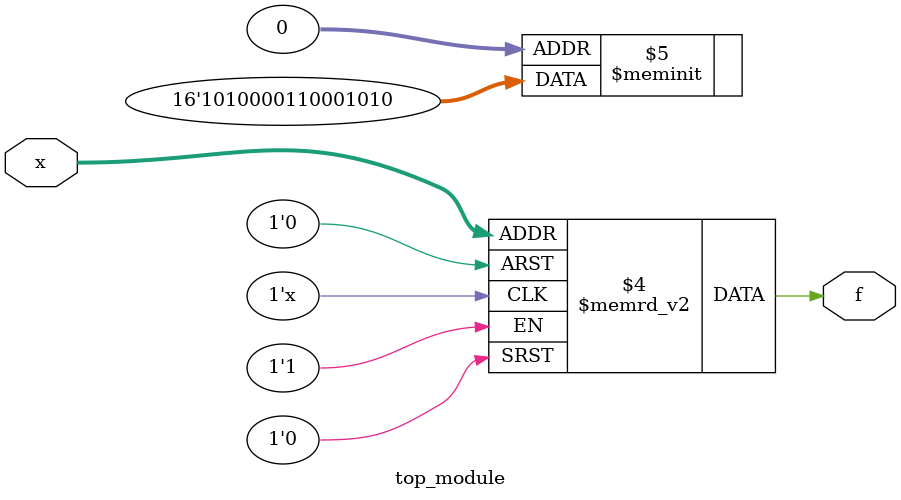
<source format=sv>
module top_module (
    input [4:1] x,
    output logic f
);

always_comb begin
    case ({x[4], x[3], x[2], x[1]})
        4'b0000, 4'b0010, 4'b1100, 4'b1110: f = 1'b0;
        4'b0001, 4'b0011, 4'b1101: f = 1'b1;
        4'b0111, 4'b1111: f = 1'b1;
        4'b1000: f = 1'b1;
        default: f = 1'b0;
    endcase
end

endmodule

</source>
